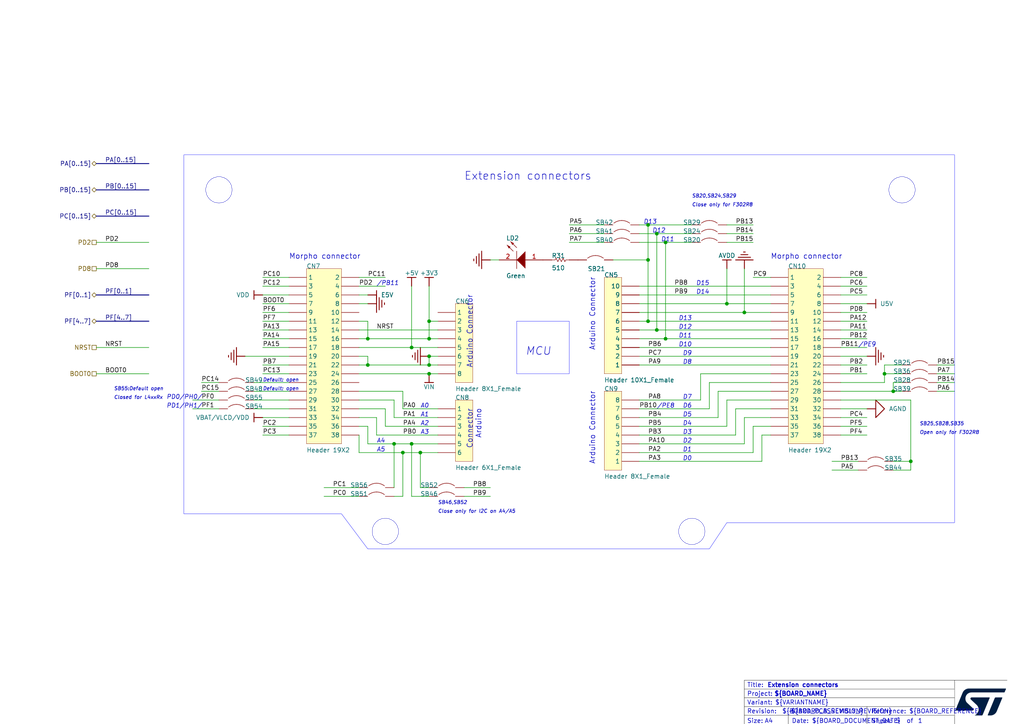
<source format=kicad_sch>
(kicad_sch (version 20250114) (generator "eeschema") (generator_version "9.0")
  (paper "A4")
  (title_block (title "Extension connectors") (rev "C.3"))
  (lib_symbols
    (symbol "Connectors-altium-import:+3V3_BAR" (power)
      (property "Value" "+3V3" (at 0 -3.81 0))
      (symbol "+3V3_BAR_0_0"
        (pin power_in line (at 0 0 0) (length 0) (hide yes) (name "+3V3") (number ""))
      )
    )
    (symbol "Connectors-altium-import:+5V_BAR" (power)
      (property "Value" "+5V" (at 0 -3.81 0))
      (symbol "+5V_BAR_0_0"
        (pin power_in line (at 0 0 0) (length 0) (hide yes) (name "+5V") (number ""))
      )
    )
    (symbol "Connectors-altium-import:AGND_SIGNAL_GROUND" (power)
      (property "Value" "AGND" (at 0 -6.35 0))
      (symbol "AGND_SIGNAL_GROUND_0_0"
        (pin power_in line (at 0 0 0) (length 0) (hide yes) (name "AGND") (number ""))
      )
    )
    (symbol "Connectors-altium-import:AVDD_BAR" (power)
      (property "Value" "AVDD" (at 0 -3.81 0))
      (symbol "AVDD_BAR_0_0"
        (pin power_in line (at 0 0 0) (length 0) (hide yes) (name "AVDD") (number ""))
      )
    )
    (symbol "Connectors-altium-import:E5V_BAR" (power)
      (property "Value" "E5V" (at 0 -3.81 0))
      (symbol "E5V_BAR_0_0"
        (pin power_in line (at 0 0 0) (length 0) (hide yes) (name "E5V") (number ""))
      )
    )
    (symbol "Connectors-altium-import:GND_POWER_GROUND" (power)
      (property "Value" "GND" (at 0 -6.35 0))
      (symbol "GND_POWER_GROUND_0_0"
        (pin power_in line (at 0 0 0) (length 0) (hide yes) (name "GND") (number ""))
      )
    )
    (symbol "Connectors-altium-import:U5V_BAR" (power)
      (property "Value" "U5V" (at 0 -3.81 0))
      (symbol "U5V_BAR_0_0"
        (pin power_in line (at 0 0 0) (length 0) (hide yes) (name "U5V") (number ""))
      )
    )
    (symbol "Connectors-altium-import:VBAT/VLCD/VDD_BAR" (power)
      (property "Value" "VBAT/VLCD/VDD" (at 0 -3.81 0))
      (symbol "VBAT/VLCD/VDD_BAR_0_0"
        (pin power_in line (at 0 0 0) (length 0) (hide yes) (name "VBAT/VLCD/VDD") (number ""))
      )
    )
    (symbol "Connectors-altium-import:VDD_BAR" (power)
      (property "Value" "VDD" (at 0 -3.81 0))
      (symbol "VDD_BAR_0_0"
        (pin power_in line (at 0 0 0) (length 0) (hide yes) (name "VDD") (number ""))
      )
    )
    (symbol "Connectors-altium-import:VIN_BAR" (power)
      (property "Value" "VIN" (at 0 -3.81 0))
      (symbol "VIN_BAR_0_0"
        (pin power_in line (at 0 0 0) (length 0) (hide yes) (name "VIN") (number ""))
      )
    )
    (symbol "Connectors-altium-import:root_0_Circuit Breaker_MCD_TOOLS.SCHLIB" (pin_numbers (hide yes)) (pin_names (hide yes))
      (symbol "root_0_Circuit Breaker_MCD_TOOLS.SCHLIB_1_0"
        (pin passive line (at -2.54 -2.54 0) (length 2.54) (name "1") (number "1"))
        (pin passive line (at 7.62 -2.54 180) (length 2.54) (name "2") (number "2"))
      )
    )
    (symbol "Connectors-altium-import:root_0_Header 19X2_Nucleo_64_1.SCHLIB" (pin_numbers (hide yes))
      (symbol "root_0_Header 19X2_Nucleo_64_1.SCHLIB_1_0"
        (pin passive line (at -5.08 -2.54 0) (length 5.08) (name "1") (number "1"))
        (pin passive line (at -5.08 -5.08 0) (length 5.08) (name "3") (number "3"))
        (pin passive line (at -5.08 -7.62 0) (length 5.08) (name "5") (number "5"))
        (pin passive line (at -5.08 -10.16 0) (length 5.08) (name "7") (number "7"))
        (pin passive line (at -5.08 -12.7 0) (length 5.08) (name "9") (number "9"))
        (pin passive line (at -5.08 -15.24 0) (length 5.08) (name "11") (number "11"))
        (pin passive line (at -5.08 -17.78 0) (length 5.08) (name "13") (number "13"))
        (pin passive line (at -5.08 -20.32 0) (length 5.08) (name "15") (number "15"))
        (pin passive line (at -5.08 -22.86 0) (length 5.08) (name "17") (number "17"))
        (pin passive line (at -5.08 -25.4 0) (length 5.08) (name "19") (number "19"))
        (pin passive line (at -5.08 -27.94 0) (length 5.08) (name "21") (number "21"))
        (pin passive line (at -5.08 -30.48 0) (length 5.08) (name "23") (number "23"))
        (pin passive line (at -5.08 -33.02 0) (length 5.08) (name "25") (number "25"))
        (pin passive line (at -5.08 -35.56 0) (length 5.08) (name "27") (number "27"))
        (pin passive line (at -5.08 -38.1 0) (length 5.08) (name "29") (number "29"))
        (pin passive line (at -5.08 -40.64 0) (length 5.08) (name "31") (number "31"))
        (pin passive line (at -5.08 -43.18 0) (length 5.08) (name "33") (number "33"))
        (pin passive line (at -5.08 -45.72 0) (length 5.08) (name "35") (number "35"))
        (pin passive line (at -5.08 -48.26 0) (length 5.08) (name "37") (number "37"))
        (pin passive line (at 15.24 -2.54 180) (length 5.08) (name "2") (number "2"))
        (pin passive line (at 15.24 -5.08 180) (length 5.08) (name "4") (number "4"))
        (pin passive line (at 15.24 -7.62 180) (length 5.08) (name "6") (number "6"))
        (pin passive line (at 15.24 -10.16 180) (length 5.08) (name "8") (number "8"))
        (pin passive line (at 15.24 -12.7 180) (length 5.08) (name "10") (number "10"))
        (pin passive line (at 15.24 -15.24 180) (length 5.08) (name "12") (number "12"))
        (pin passive line (at 15.24 -17.78 180) (length 5.08) (name "14") (number "14"))
        (pin passive line (at 15.24 -20.32 180) (length 5.08) (name "16") (number "16"))
        (pin passive line (at 15.24 -22.86 180) (length 5.08) (name "18") (number "18"))
        (pin passive line (at 15.24 -25.4 180) (length 5.08) (name "20") (number "20"))
        (pin passive line (at 15.24 -27.94 180) (length 5.08) (name "22") (number "22"))
        (pin passive line (at 15.24 -30.48 180) (length 5.08) (name "24") (number "24"))
        (pin passive line (at 15.24 -33.02 180) (length 5.08) (name "26") (number "26"))
        (pin passive line (at 15.24 -35.56 180) (length 5.08) (name "28") (number "28"))
        (pin passive line (at 15.24 -38.1 180) (length 5.08) (name "30") (number "30"))
        (pin passive line (at 15.24 -40.64 180) (length 5.08) (name "32") (number "32"))
        (pin passive line (at 15.24 -43.18 180) (length 5.08) (name "34") (number "34"))
        (pin passive line (at 15.24 -45.72 180) (length 5.08) (name "36") (number "36"))
        (pin passive line (at 15.24 -48.26 180) (length 5.08) (name "38") (number "38"))
      )
    )
    (symbol "Connectors-altium-import:root_0_Header 6X1_Female_Nucleo_64.SCHLIB" (pin_numbers (hide yes))
      (symbol "root_0_Header 6X1_Female_Nucleo_64.SCHLIB_1_0"
        (pin passive line (at -5.08 -2.54 0) (length 5.08) (name "1") (number "1"))
        (pin passive line (at -5.08 -5.08 0) (length 5.08) (name "2") (number "2"))
        (pin passive line (at -5.08 -7.62 0) (length 5.08) (name "3") (number "3"))
        (pin passive line (at -5.08 -10.16 0) (length 5.08) (name "4") (number "4"))
        (pin passive line (at -5.08 -12.7 0) (length 5.08) (name "5") (number "5"))
        (pin passive line (at -5.08 -15.24 0) (length 5.08) (name "6") (number "6"))
      )
    )
    (symbol "Connectors-altium-import:root_0_Header 8X1_Female_Nucleo_64.SCHLIB" (pin_numbers (hide yes))
      (symbol "root_0_Header 8X1_Female_Nucleo_64.SCHLIB_1_0"
        (pin passive line (at -5.08 -2.54 0) (length 5.08) (name "1") (number "1"))
        (pin passive line (at -5.08 -5.08 0) (length 5.08) (name "2") (number "2"))
        (pin passive line (at -5.08 -7.62 0) (length 5.08) (name "3") (number "3"))
        (pin passive line (at -5.08 -10.16 0) (length 5.08) (name "4") (number "4"))
        (pin passive line (at -5.08 -12.7 0) (length 5.08) (name "5") (number "5"))
        (pin passive line (at -5.08 -15.24 0) (length 5.08) (name "6") (number "6"))
        (pin passive line (at -5.08 -17.78 0) (length 5.08) (name "7") (number "7"))
        (pin passive line (at -5.08 -20.32 0) (length 5.08) (name "8") (number "8"))
      )
    )
    (symbol "Connectors-altium-import:root_0_mirrored_Circuit Breaker_MCD_TOOLS.SCHLIB" (pin_numbers (hide yes)) (pin_names (hide yes))
      (symbol "root_0_mirrored_Circuit Breaker_MCD_TOOLS.SCHLIB_1_0"
        (pin passive line (at -7.62 -2.54 0) (length 2.54) (name "2") (number "2"))
        (pin passive line (at 2.54 -2.54 180) (length 2.54) (name "1") (number "1"))
      )
    )
    (symbol "Connectors-altium-import:root_0_mirrored_LED2_Miscellaneous Devices.IntLib" (pin_names (hide yes))
      (symbol "root_0_mirrored_LED2_Miscellaneous Devices.IntLib_1_0"
        (pin passive line (at -7.62 -2.54 0) (length 5.08) (name "K") (number "2"))
        (pin passive line (at 5.08 -2.54 180) (length 5.08) (name "A") (number "1"))
      )
    )
    (symbol "Connectors-altium-import:root_2_Header 10X1_Female_Nucleo_64.SCHLIB" (pin_numbers (hide yes))
      (symbol "root_2_Header 10X1_Female_Nucleo_64.SCHLIB_1_0"
        (pin passive line (at 5.08 25.4 180) (length 5.08) (name "10") (number "10"))
        (pin passive line (at 5.08 22.86 180) (length 5.08) (name "9") (number "9"))
        (pin passive line (at 5.08 20.32 180) (length 5.08) (name "8") (number "8"))
        (pin passive line (at 5.08 17.78 180) (length 5.08) (name "7") (number "7"))
        (pin passive line (at 5.08 15.24 180) (length 5.08) (name "6") (number "6"))
        (pin passive line (at 5.08 12.7 180) (length 5.08) (name "5") (number "5"))
        (pin passive line (at 5.08 10.16 180) (length 5.08) (name "4") (number "4"))
        (pin passive line (at 5.08 7.62 180) (length 5.08) (name "3") (number "3"))
        (pin passive line (at 5.08 5.08 180) (length 5.08) (name "2") (number "2"))
        (pin passive line (at 5.08 2.54 180) (length 5.08) (name "1") (number "1"))
      )
    )
    (symbol "Connectors-altium-import:root_2_Header 8X1_Female_Nucleo_64.SCHLIB" (pin_numbers (hide yes))
      (symbol "root_2_Header 8X1_Female_Nucleo_64.SCHLIB_1_0"
        (pin passive line (at 5.08 20.32 180) (length 5.08) (name "8") (number "8"))
        (pin passive line (at 5.08 17.78 180) (length 5.08) (name "7") (number "7"))
        (pin passive line (at 5.08 15.24 180) (length 5.08) (name "6") (number "6"))
        (pin passive line (at 5.08 12.7 180) (length 5.08) (name "5") (number "5"))
        (pin passive line (at 5.08 10.16 180) (length 5.08) (name "4") (number "4"))
        (pin passive line (at 5.08 7.62 180) (length 5.08) (name "3") (number "3"))
        (pin passive line (at 5.08 5.08 180) (length 5.08) (name "2") (number "2"))
        (pin passive line (at 5.08 2.54 180) (length 5.08) (name "1") (number "1"))
      )
    )
    (symbol "Connectors-altium-import:root_2_Res1_Miscellaneous Devices.IntLib_0" (pin_numbers (hide yes)) (pin_names (hide yes))
      (symbol "root_2_Res1_Miscellaneous Devices.IntLib_0_1_0"
        (pin passive line (at -7.62 2.54 0) (length 2.54) (name "2") (number "2"))
        (pin passive line (at 2.54 2.54 180) (length 2.54) (name "1") (number "1"))
      )
    )
  )
  (polyline (pts (xy 53.34 47.4472) (xy 53.34 149.0472) (xy 99.06 149.0472) (xy 106.68 159.2072) (xy 205.74 159.2072) (xy 210.82 151.5872) (xy 276.86 151.5872) (xy 276.86 44.9072) (xy 53.34 44.9072) (xy 53.34 146.5072) (xy 53.34 47.4472)) (stroke (width 0.0254) (type solid) (color 0 0 255 1)))
  (circle (center 111.76 154.1272) (radius 3.81) (stroke (width 0.0001)) (fill (type color) (color 255 255 255 1)))
  (circle (center 200.66 154.1272) (radius 3.81) (stroke (width 0.0001)) (fill (type color) (color 255 255 255 1)))
  (circle (center 63.5 55.0672) (radius 3.81) (stroke (width 0.0001)) (fill (type color) (color 255 255 255 1)))
  (polyline (pts (xy 149.86 93.1672) (xy 149.86 108.4072) (xy 165.1 108.4072) (xy 165.1 93.1672) (xy 149.86 93.1672)) (stroke (width 0.0254) (type solid) (color 0 0 255 1)))
  (circle (center 261.62 55.0672) (radius 3.81) (stroke (width 0.0001)) (fill (type color) (color 255 255 255 1)))
  (text "Project:" (at 216.662 202.1332 0) (effects (font (size 1.27 1.27)) (justify left bottom)))
  (text "D12" (at 193.04 67.7672 0) (effects (font (size 1.27 1.27) (italic yes)) (justify right bottom)))
  (text "D4" (at 200.66 123.6472 0) (effects (font (size 1.27 1.27) (italic yes)) (justify right bottom)))
  (text "Default: open" (at 76.2 113.4872 0) (effects (font (size 1.016 1.016) (italic yes)) (justify left bottom)))
  (text "D7" (at 200.66 116.0272 0) (effects (font (size 1.27 1.27) (italic yes)) (justify right bottom)))
  (text "PD1/PH1/" (at 48.26 118.5672 0) (effects (font (size 1.27 1.27) (italic yes)) (justify left bottom)))
  (text "Date:" (at 229.616 210.0072 0) (effects (font (size 1.27 1.27)) (justify left bottom)))
  (text "${##}" (at 266.192 210.0072 0) (effects (font (size 1.27 1.27)) (justify left bottom)))
  (text "D2" (at 200.66 128.7272 0) (effects (font (size 1.27 1.27) (italic yes)) (justify right bottom)))
  (text "SB25,SB28,SB35" (at 266.7 123.6472 0) (effects (font (size 1.016 1.016) (italic yes)) (justify left bottom)))
  (text "-" (at 228.6 207.2132 0) (effects (font (size 1.27 1.27)) (justify left bottom)))
  (text "${TITLE}" (at 222.504 199.5932 0) (effects (font (size 1.27 1.27) (thickness 0.254) (bold yes)) (justify left bottom)))
  (text "Default: open" (at 76.2 110.9472 0) (effects (font (size 1.016 1.016) (italic yes)) (justify left bottom)))
  (text "A3" (at 121.92 126.1872 0) (effects (font (size 1.27 1.27) (italic yes)) (justify left bottom)))
  (text "${BOARD_ASSEMBLY_REVISION}" (at 229.362 207.2132 0) (effects (font (size 1.27 1.27)) (justify left bottom)))
  (text "D13" (at 200.66 93.1672 0) (effects (font (size 1.27 1.27) (italic yes)) (justify right bottom)))
  (text "D12" (at 200.66 95.7072 0) (effects (font (size 1.27 1.27) (italic yes)) (justify right bottom)))
  (text "Size:" (at 216.662 210.0072 0) (effects (font (size 1.27 1.27)) (justify left bottom)))
  (text "D3" (at 200.66 126.1872 0) (effects (font (size 1.27 1.27) (italic yes)) (justify right bottom)))
  (text "Arduino Connector" (at 172.72 113.4872 90) (effects (font (size 1.524 1.524)) (justify right bottom)))
  (text "D8" (at 200.66 105.8672 0) (effects (font (size 1.27 1.27) (italic yes)) (justify right bottom)))
  (text "A4" (at 109.22 128.7272 0) (effects (font (size 1.27 1.27) (italic yes)) (justify left bottom)))
  (text "D6" (at 200.66 118.5672 0) (effects (font (size 1.27 1.27) (italic yes)) (justify right bottom)))
  (text "Sheet:" (at 252.73 210.0072 0) (effects (font (size 1.27 1.27)) (justify left bottom)))
  (text "${BOARD_NAME}" (at 224.536 202.1332 0) (effects (font (size 1.27 1.27) (thickness 0.254) (bold yes)) (justify left bottom)))
  (text "D13" (at 190.5 65.2272 0) (effects (font (size 1.27 1.27) (italic yes)) (justify right bottom)))
  (text "D5" (at 200.66 121.1072 0) (effects (font (size 1.27 1.27) (italic yes)) (justify right bottom)))
  (text "${BOARD_PCB_REVISION}" (at 226.822 207.2132 0) (effects (font (size 1.27 1.27)) (justify left bottom)))
  (text "D10" (at 200.66 100.7872 0) (effects (font (size 1.27 1.27) (italic yes)) (justify right bottom)))
  (text "SB55:Default open" (at 33.02 113.4872 0) (effects (font (size 1.016 1.016) (italic yes)) (justify left bottom)))
  (text "A2" (at 121.92 123.6472 0) (effects (font (size 1.27 1.27) (italic yes)) (justify left bottom)))
  (text "of" (at 262.89 210.0072 0) (effects (font (size 1.27 1.27)) (justify left bottom)))
  (text "/PB11" (at 109.22 83.0072 0) (effects (font (size 1.27 1.27) (italic yes)) (justify left bottom)))
  (text "/PE9" (at 248.92 100.7872 0) (effects (font (size 1.27 1.27) (italic yes)) (justify left bottom)))
  (text "${BOARD_REFERENCE}" (at 263.652 207.2132 0) (effects (font (size 1.27 1.27)) (justify left bottom)))
  (text "D0" (at 200.66 133.8072 0) (effects (font (size 1.27 1.27) (italic yes)) (justify right bottom)))
  (text "Closed for L4xxRx" (at 33.02 116.0272 0) (effects (font (size 1.016 1.016) (italic yes)) (justify left bottom)))
  (text "D11" (at 195.58 70.3072 0) (effects (font (size 1.27 1.27) (italic yes)) (justify right bottom)))
  (text "A5" (at 109.22 131.2672 0) (effects (font (size 1.27 1.27) (italic yes)) (justify left bottom)))
  (text "PD0/PH0/" (at 48.26 116.0272 0) (effects (font (size 1.27 1.27) (italic yes)) (justify left bottom)))
  (text "D14" (at 205.74 85.5472 0) (effects (font (size 1.27 1.27) (italic yes)) (justify right bottom)))
  (text "Reference:" (at 252.73 207.2132 0) (effects (font (size 1.27 1.27)) (justify left bottom)))
  (text "${#}" (at 259.588 210.0072 0) (effects (font (size 1.27 1.27)) (justify left bottom)))
  (text "Open only for F302R8" (at 266.7 126.1872 0) (effects (font (size 1.016 1.016) (italic yes)) (justify left bottom)))
  (text "Title:" (at 216.662 199.5932 0) (effects (font (size 1.27 1.27)) (justify left bottom)))
  (text "Variant:" (at 216.662 204.6732 0) (effects (font (size 1.27 1.27)) (justify left bottom)))
  (text "SB46,SB52" (at 127 146.5072 0) (effects (font (size 1.016 1.016) (italic yes)) (justify left bottom)))
  (text "A1" (at 121.92 121.1072 0) (effects (font (size 1.27 1.27) (italic yes)) (justify left bottom)))
  (text "D15" (at 205.74 83.0072 0) (effects (font (size 1.27 1.27) (italic yes)) (justify right bottom)))
  (text "${BOARD_DOCUMENT_DATE}" (at 235.458 210.0072 0) (effects (font (size 1.27 1.27)) (justify left bottom)))
  (text "Connector" (at 137.16 118.5672 90) (effects (font (size 1.524 1.524)) (justify right bottom)))
  (text "A0" (at 121.92 118.5672 0) (effects (font (size 1.27 1.27) (italic yes)) (justify left bottom)))
  (text "Arduino" (at 139.7 118.5672 90) (effects (font (size 1.524 1.524)) (justify right bottom)))
  (text "D11" (at 200.66 98.2472 0) (effects (font (size 1.27 1.27) (italic yes)) (justify right bottom)))
  (text "A4" (at 221.742 210.0072 0) (effects (font (size 1.27 1.27)) (justify left bottom)))
  (text "Arduino Connector" (at 137.16 85.5472 90) (effects (font (size 1.524 1.524)) (justify right bottom)))
  (text "SB20,SB24,SB29" (at 200.66 57.6072 0) (effects (font (size 1.016 1.016) (italic yes)) (justify left bottom)))
  (text "Revision:" (at 216.662 207.2132 0) (effects (font (size 1.27 1.27)) (justify left bottom)))
  (text "Morpho connector" (at 83.82 75.3872 0) (effects (font (size 1.524 1.524)) (justify left bottom)))
  (text "D1" (at 200.66 131.2672 0) (effects (font (size 1.27 1.27) (italic yes)) (justify right bottom)))
  (text "${VARIANTNAME}" (at 224.79 204.6732 0) (effects (font (size 1.27 1.27)) (justify left bottom)))
  (text "MCU" (at 152.4 103.3272 0) (effects (font (size 2.286 2.286) (italic yes)) (justify left bottom)))
  (text "Extension connectors" (at 134.62 52.5272 0) (effects (font (size 2.286 2.286)) (justify left bottom)))
  (text "Close only for I2C on A4/A5" (at 127 149.0472 0) (effects (font (size 1.016 1.016) (italic yes)) (justify left bottom)))
  (text "Arduino Connector" (at 172.72 80.4672 90) (effects (font (size 1.524 1.524)) (justify right bottom)))
  (text "/PE8" (at 190.5 118.5672 0) (effects (font (size 1.27 1.27) (italic yes)) (justify left bottom)))
  (text "Close only for F302R8" (at 200.66 60.1472 0) (effects (font (size 1.016 1.016) (italic yes)) (justify left bottom)))
  (text "D9" (at 200.66 103.3272 0) (effects (font (size 1.27 1.27) (italic yes)) (justify right bottom)))
  (text "Morpho connector" (at 223.52 75.3872 0) (effects (font (size 1.524 1.524)) (justify left bottom)))
  (junction (at 215.9 90.6272))
  (junction (at 190.5 67.7672))
  (junction (at 187.96 93.1672))
  (junction (at 124.46 93.1672))
  (junction (at 114.3 128.7272))
  (junction (at 124.46 108.4072))
  (junction (at 187.96 75.3872))
  (junction (at 187.96 65.2272))
  (junction (at 190.5 95.7072))
  (junction (at 124.46 105.8672))
  (junction (at 121.92 131.2672))
  (junction (at 193.04 70.3072))
  (junction (at 124.46 98.2472))
  (junction (at 264.16 133.8072))
  (junction (at 193.04 98.2472))
  (junction (at 106.68 98.2472))
  (junction (at 119.38 100.7872))
  (junction (at 106.68 105.8672))
  (junction (at 124.46 103.3272))
  (junction (at 116.84 131.2672))
  (junction (at 259.08 113.4872))
  (junction (at 256.54 108.4072))
  (junction (at 119.38 128.7272))
  (junction (at 210.82 88.0872))
  (wire (pts (xy 220.98 133.8072) (xy 220.98 126.1872)))
  (wire (pts (xy 73.66 118.5672) (xy 83.82 118.5672)))
  (wire (pts (xy 58.42 113.4872) (xy 63.5 113.4872)))
  (wire (pts (xy 27.94 100.7872) (xy 43.18 100.7872)))
  (wire (pts (xy 210.82 70.3072) (xy 218.44 70.3072)))
  (wire (pts (xy 203.2 116.0272) (xy 203.2 108.4072)))
  (wire (pts (xy 55.88 116.0272) (xy 63.5 116.0272)))
  (wire (pts (xy 127 105.8672) (xy 124.46 105.8672)))
  (wire (pts (xy 106.68 105.8672) (xy 106.68 103.3272)))
  (bus (pts (xy 27.94 55.0672) (xy 43.18 55.0672)) (stroke (width 0.254)))
  (wire (pts (xy 127 93.1672) (xy 124.46 93.1672)))
  (wire (pts (xy 243.84 116.0272) (xy 264.16 116.0272)))
  (wire (pts (xy 205.74 118.5672) (xy 205.74 110.9472)))
  (wire (pts (xy 114.3 116.0272) (xy 104.14 116.0272)))
  (wire (pts (xy 114.3 141.4272) (xy 114.3 128.7272)))
  (wire (pts (xy 243.84 95.7072) (xy 251.46 95.7072)))
  (wire (pts (xy 243.84 110.9472) (xy 256.54 110.9472)))
  (wire (pts (xy 104.14 141.4272) (xy 93.98 141.4272)))
  (wire (pts (xy 190.5 95.7072) (xy 190.5 67.7672)))
  (polyline (pts (xy 215.9 207.4672) (xy 276.86 207.4672)) (stroke (width 0.0254) (type solid) (color 0 0 0 1)))
  (wire (pts (xy 185.42 70.3072) (xy 193.04 70.3072)))
  (wire (pts (xy 111.76 123.6472) (xy 111.76 118.5672)))
  (wire (pts (xy 127 118.5672) (xy 116.84 118.5672)))
  (wire (pts (xy 271.78 108.4072) (xy 276.86 108.4072)))
  (wire (pts (xy 223.52 80.4672) (xy 218.44 80.4672)))
  (wire (pts (xy 215.9 121.1072) (xy 223.52 121.1072)))
  (wire (pts (xy 185.42 131.2672) (xy 218.44 131.2672)))
  (wire (pts (xy 43.18 77.9272) (xy 27.94 77.9272)))
  (wire (pts (xy 243.84 85.5472) (xy 251.46 85.5472)))
  (wire (pts (xy 76.2 95.7072) (xy 83.82 95.7072)))
  (wire (pts (xy 205.74 110.9472) (xy 223.52 110.9472)))
  (wire (pts (xy 243.84 100.7872) (xy 251.46 100.7872)))
  (wire (pts (xy 220.98 126.1872) (xy 223.52 126.1872)))
  (wire (pts (xy 76.2 123.6472) (xy 83.82 123.6472)))
  (polyline (pts (xy 276.86 199.8472) (xy 215.9 199.8472)) (stroke (width 0.0254) (type solid) (color 0 0 0 1)))
  (wire (pts (xy 185.42 123.6472) (xy 210.82 123.6472)))
  (wire (pts (xy 83.82 116.0272) (xy 73.66 116.0272)))
  (wire (pts (xy 124.46 98.2472) (xy 106.68 98.2472)))
  (wire (pts (xy 76.2 93.1672) (xy 83.82 93.1672)))
  (wire (pts (xy 256.54 108.4072) (xy 256.54 105.8672)))
  (wire (pts (xy 185.42 121.1072) (xy 208.28 121.1072)))
  (wire (pts (xy 43.18 70.3072) (xy 27.94 70.3072)))
  (wire (pts (xy 106.68 98.2472) (xy 106.68 93.1672)))
  (wire (pts (xy 185.42 98.2472) (xy 193.04 98.2472)))
  (wire (pts (xy 116.84 143.9672) (xy 116.84 131.2672)))
  (wire (pts (xy 256.54 105.8672) (xy 261.62 105.8672)))
  (wire (pts (xy 185.42 95.7072) (xy 190.5 95.7072)))
  (wire (pts (xy 215.9 90.6272) (xy 215.9 77.9272)))
  (wire (pts (xy 185.42 116.0272) (xy 203.2 116.0272)))
  (wire (pts (xy 264.16 133.8072) (xy 264.16 136.3472)))
  (bus (pts (xy 27.94 85.5472) (xy 43.18 85.5472)) (stroke (width 0.254)))
  (wire (pts (xy 261.62 108.4072) (xy 256.54 108.4072)))
  (wire (pts (xy 259.08 113.4872) (xy 261.62 113.4872)))
  (wire (pts (xy 190.5 67.7672) (xy 200.66 67.7672)))
  (wire (pts (xy 104.14 80.4672) (xy 111.76 80.4672)))
  (wire (pts (xy 185.42 85.5472) (xy 223.52 85.5472)))
  (wire (pts (xy 243.84 98.2472) (xy 251.46 98.2472)))
  (wire (pts (xy 175.26 65.2272) (xy 165.1 65.2272)))
  (wire (pts (xy 127 100.7872) (xy 119.38 100.7872)))
  (wire (pts (xy 203.2 108.4072) (xy 223.52 108.4072)))
  (wire (pts (xy 271.78 113.4872) (xy 276.86 113.4872)))
  (wire (pts (xy 127 95.7072) (xy 104.14 95.7072)))
  (polyline (pts (xy 215.9 202.3872) (xy 276.86 202.3872)) (stroke (width 0.0254) (type solid) (color 0 0 0 1)))
  (wire (pts (xy 193.04 70.3072) (xy 200.66 70.3072)))
  (wire (pts (xy 243.84 121.1072) (xy 251.46 121.1072)))
  (wire (pts (xy 259.08 133.8072) (xy 264.16 133.8072)))
  (wire (pts (xy 55.88 118.5672) (xy 63.5 118.5672)))
  (wire (pts (xy 124.46 141.4272) (xy 121.92 141.4272)))
  (wire (pts (xy 83.82 100.7872) (xy 76.2 100.7872)))
  (wire (pts (xy 259.08 110.9472) (xy 261.62 110.9472)))
  (wire (pts (xy 83.82 108.4072) (xy 76.2 108.4072)))
  (wire (pts (xy 144.78 75.3872) (xy 142.24 75.3872)))
  (wire (pts (xy 127 121.1072) (xy 114.3 121.1072)))
  (wire (pts (xy 116.84 131.2672) (xy 104.14 131.2672)))
  (wire (pts (xy 243.84 90.6272) (xy 251.46 90.6272)))
  (wire (pts (xy 114.3 143.9672) (xy 116.84 143.9672)))
  (wire (pts (xy 114.3 121.1072) (xy 114.3 116.0272)))
  (wire (pts (xy 218.44 123.6472) (xy 223.52 123.6472)))
  (wire (pts (xy 208.28 121.1072) (xy 208.28 113.4872)))
  (wire (pts (xy 127 98.2472) (xy 124.46 98.2472)))
  (wire (pts (xy 76.2 85.5472) (xy 83.82 85.5472)))
  (wire (pts (xy 124.46 103.3272) (xy 124.46 105.8672)))
  (wire (pts (xy 106.68 103.3272) (xy 104.14 103.3272)))
  (wire (pts (xy 218.44 65.2272) (xy 210.82 65.2272)))
  (wire (pts (xy 124.46 108.4072) (xy 104.14 108.4072)))
  (wire (pts (xy 27.94 108.4072) (xy 43.18 108.4072)))
  (wire (pts (xy 185.42 126.1872) (xy 213.36 126.1872)))
  (wire (pts (xy 210.82 88.0872) (xy 223.52 88.0872)))
  (wire (pts (xy 121.92 131.2672) (xy 116.84 131.2672)))
  (wire (pts (xy 243.84 93.1672) (xy 251.46 93.1672)))
  (wire (pts (xy 175.26 67.7672) (xy 165.1 67.7672)))
  (wire (pts (xy 210.82 88.0872) (xy 210.82 77.9272)))
  (wire (pts (xy 104.14 85.5472) (xy 106.68 85.5472)))
  (wire (pts (xy 185.42 93.1672) (xy 187.96 93.1672)))
  (wire (pts (xy 114.3 128.7272) (xy 106.68 128.7272)))
  (wire (pts (xy 116.84 113.4872) (xy 104.14 113.4872)))
  (wire (pts (xy 124.46 143.9672) (xy 119.38 143.9672)))
  (wire (pts (xy 187.96 75.3872) (xy 187.96 65.2272)))
  (wire (pts (xy 243.84 105.8672) (xy 251.46 105.8672)))
  (wire (pts (xy 187.96 93.1672) (xy 223.52 93.1672)))
  (wire (pts (xy 106.68 123.6472) (xy 104.14 123.6472)))
  (wire (pts (xy 76.2 83.0072) (xy 83.82 83.0072)))
  (wire (pts (xy 73.66 110.9472) (xy 83.82 110.9472)))
  (wire (pts (xy 124.46 83.0072) (xy 124.46 93.1672)))
  (polyline (pts (xy 215.9 197.3072) (xy 215.9 210.0072)) (stroke (width 0.0254) (type solid) (color 0 0 0 1)))
  (wire (pts (xy 76.2 80.4672) (xy 83.82 80.4672)))
  (wire (pts (xy 185.42 67.7672) (xy 190.5 67.7672)))
  (polyline (pts (xy 251.46 204.9272) (xy 251.46 210.0072)) (stroke (width 0.0254) (type solid) (color 0 0 0 1)))
  (wire (pts (xy 256.54 110.9472) (xy 256.54 108.4072)))
  (wire (pts (xy 76.2 98.2472) (xy 83.82 98.2472)))
  (wire (pts (xy 243.84 126.1872) (xy 251.46 126.1872)))
  (wire (pts (xy 243.84 113.4872) (xy 259.08 113.4872)))
  (wire (pts (xy 187.96 65.2272) (xy 200.66 65.2272)))
  (wire (pts (xy 185.42 90.6272) (xy 215.9 90.6272)))
  (wire (pts (xy 106.68 93.1672) (xy 104.14 93.1672)))
  (wire (pts (xy 210.82 67.7672) (xy 218.44 67.7672)))
  (wire (pts (xy 109.22 121.1072) (xy 104.14 121.1072)))
  (wire (pts (xy 127 123.6472) (xy 111.76 123.6472)))
  (wire (pts (xy 264.16 136.3472) (xy 259.08 136.3472)))
  (wire (pts (xy 193.04 98.2472) (xy 223.52 98.2472)))
  (wire (pts (xy 127 103.3272) (xy 124.46 103.3272)))
  (wire (pts (xy 71.12 103.3272) (xy 83.82 103.3272)))
  (wire (pts (xy 76.2 88.0872) (xy 83.82 88.0872)))
  (wire (pts (xy 127 131.2672) (xy 121.92 131.2672)))
  (wire (pts (xy 175.26 70.3072) (xy 165.1 70.3072)))
  (wire (pts (xy 76.2 90.6272) (xy 83.82 90.6272)))
  (wire (pts (xy 243.84 88.0872) (xy 251.46 88.0872)))
  (wire (pts (xy 185.42 128.7272) (xy 215.9 128.7272)))
  (wire (pts (xy 185.42 88.0872) (xy 210.82 88.0872)))
  (wire (pts (xy 124.46 105.8672) (xy 106.68 105.8672)))
  (wire (pts (xy 213.36 118.5672) (xy 223.52 118.5672)))
  (wire (pts (xy 248.92 136.3472) (xy 241.3 136.3472)))
  (wire (pts (xy 187.96 93.1672) (xy 187.96 75.3872)))
  (wire (pts (xy 185.42 105.8672) (xy 223.52 105.8672)))
  (polyline (pts (xy 215.9 204.9272) (xy 276.86 204.9272)) (stroke (width 0.0254) (type solid) (color 0 0 0 1)))
  (wire (pts (xy 104.14 83.0072) (xy 111.76 83.0072)))
  (wire (pts (xy 76.2 126.1872) (xy 83.82 126.1872)))
  (wire (pts (xy 58.42 110.9472) (xy 63.5 110.9472)))
  (wire (pts (xy 106.68 98.2472) (xy 104.14 98.2472)))
  (polyline (pts (xy 276.86 197.3072) (xy 276.86 210.0072)) (stroke (width 0.0254) (type solid) (color 0 0 0 1)))
  (wire (pts (xy 243.84 83.0072) (xy 251.46 83.0072)))
  (wire (pts (xy 106.68 128.7272) (xy 106.68 123.6472)))
  (bus (pts (xy 27.94 93.1672) (xy 43.18 93.1672)) (stroke (width 0.254)))
  (wire (pts (xy 111.76 118.5672) (xy 104.14 118.5672)))
  (wire (pts (xy 73.66 113.4872) (xy 83.82 113.4872)))
  (wire (pts (xy 210.82 116.0272) (xy 223.52 116.0272)))
  (wire (pts (xy 185.42 65.2272) (xy 187.96 65.2272)))
  (wire (pts (xy 264.16 116.0272) (xy 264.16 133.8072)))
  (wire (pts (xy 121.92 141.4272) (xy 121.92 131.2672)))
  (wire (pts (xy 243.84 103.3272) (xy 251.46 103.3272)))
  (wire (pts (xy 119.38 100.7872) (xy 119.38 83.0072)))
  (wire (pts (xy 106.68 88.0872) (xy 104.14 88.0872)))
  (wire (pts (xy 106.68 105.8672) (xy 104.14 105.8672)))
  (wire (pts (xy 271.78 105.8672) (xy 276.86 105.8672)))
  (wire (pts (xy 124.46 93.1672) (xy 124.46 98.2472)))
  (polyline (pts (xy 292.1 197.3072) (xy 215.9 197.3072)) (stroke (width 0.0254) (type solid) (color 0 0 0 1)))
  (wire (pts (xy 185.42 83.0072) (xy 223.52 83.0072)))
  (wire (pts (xy 142.24 143.9672) (xy 134.62 143.9672)))
  (wire (pts (xy 218.44 131.2672) (xy 218.44 123.6472)))
  (wire (pts (xy 127 108.4072) (xy 124.46 108.4072)))
  (wire (pts (xy 187.96 75.3872) (xy 177.8 75.3872)))
  (wire (pts (xy 109.22 126.1872) (xy 109.22 121.1072)))
  (wire (pts (xy 185.42 100.7872) (xy 223.52 100.7872)))
  (wire (pts (xy 243.84 118.5672) (xy 251.46 118.5672)))
  (wire (pts (xy 185.42 133.8072) (xy 220.98 133.8072)))
  (bus (pts (xy 27.94 62.6872) (xy 43.18 62.6872)) (stroke (width 0.254)))
  (wire (pts (xy 243.84 123.6472) (xy 251.46 123.6472)))
  (wire (pts (xy 104.14 131.2672) (xy 104.14 126.1872)))
  (bus (pts (xy 27.94 47.4472) (xy 43.18 47.4472)) (stroke (width 0.254)))
  (wire (pts (xy 119.38 143.9672) (xy 119.38 128.7272)))
  (polyline (pts (xy 228.6 207.4672) (xy 228.6 210.0072)) (stroke (width 0.0254) (type solid) (color 0 0 0 1)))
  (wire (pts (xy 119.38 128.7272) (xy 114.3 128.7272)))
  (wire (pts (xy 215.9 128.7272) (xy 215.9 121.1072)))
  (wire (pts (xy 127 126.1872) (xy 109.22 126.1872)))
  (wire (pts (xy 142.24 141.4272) (xy 134.62 141.4272)))
  (wire (pts (xy 243.84 80.4672) (xy 251.46 80.4672)))
  (wire (pts (xy 104.14 143.9672) (xy 93.98 143.9672)))
  (wire (pts (xy 208.28 113.4872) (xy 223.52 113.4872)))
  (wire (pts (xy 210.82 123.6472) (xy 210.82 116.0272)))
  (wire (pts (xy 116.84 118.5672) (xy 116.84 113.4872)))
  (wire (pts (xy 83.82 121.1072) (xy 76.2 121.1072)))
  (wire (pts (xy 185.42 103.3272) (xy 223.52 103.3272)))
  (wire (pts (xy 119.38 100.7872) (xy 104.14 100.7872)))
  (wire (pts (xy 213.36 126.1872) (xy 213.36 118.5672)))
  (wire (pts (xy 190.5 95.7072) (xy 223.52 95.7072)))
  (wire (pts (xy 127 128.7272) (xy 119.38 128.7272)))
  (wire (pts (xy 259.08 113.4872) (xy 259.08 110.9472)))
  (wire (pts (xy 83.82 105.8672) (xy 76.2 105.8672)))
  (wire (pts (xy 271.78 110.9472) (xy 276.86 110.9472)))
  (wire (pts (xy 215.9 90.6272) (xy 223.52 90.6272)))
  (wire (pts (xy 193.04 98.2472) (xy 193.04 70.3072)))
  (wire (pts (xy 243.84 108.4072) (xy 251.46 108.4072)))
  (wire (pts (xy 185.42 118.5672) (xy 205.74 118.5672)))
  (wire (pts (xy 241.3 133.8072) (xy 248.92 133.8072)))
  (image (at 284.442 203.6397) (scale 0.173094))
  (label "PB13" (at 243.84 133.8072 0))
  (label "PA8" (at 187.96 116.0272 0))
  (label "PB1" (at 246.38 108.4072 0))
  (label "PB8" (at 137.16 141.4272 0))
  (label "PC15" (at 58.42 113.4872 0))
  (label "PB4" (at 187.96 121.1072 0))
  (label "PA5" (at 165.1 65.2272 0))
  (label "PA0" (at 116.84 118.5672 0))
  (label "PB8" (at 195.58 83.0072 0))
  (label "PC14" (at 58.42 110.9472 0))
  (label "PC6" (at 246.38 83.0072 0))
  (label "PF6" (at 76.2 90.6272 0))
  (label "PD2" (at 104.14 83.0072 0))
  (label "PD2" (at 30.48 70.3072 0))
  (label "PA2" (at 187.96 131.2672 0))
  (label "BOOT0" (at 76.2 88.0872 0))
  (label "PB10" (at 185.42 118.5672 0))
  (label "PC1" (at 96.52 141.4272 0))
  (label "PB5" (at 187.96 123.6472 0))
  (label "PB13" (at 213.36 65.2272 0))
  (label "PB[0..15]" (at 30.48 55.0672 0))
  (label "PA[0..15]" (at 30.48 47.4472 0))
  (label "PD8" (at 246.38 90.6272 0))
  (label "PC2" (at 76.2 123.6472 0))
  (label "PB12" (at 246.38 98.2472 0))
  (label "BOOT0" (at 30.48 108.4072 0))
  (label "PB15" (at 271.78 105.8672 0))
  (label "PA9" (at 187.96 105.8672 0))
  (label "PA7" (at 271.78 108.4072 0))
  (label "PA4" (at 116.84 123.6472 0))
  (label "PA7" (at 165.1 70.3072 0))
  (label "PB15" (at 213.36 70.3072 0))
  (label "PC5" (at 246.38 85.5472 0))
  (label "PB3" (at 187.96 126.1872 0))
  (label "PB0" (at 116.84 126.1872 0))
  (label "PB2" (at 246.38 105.8672 0))
  (label "PC3" (at 76.2 126.1872 0))
  (label "PA13" (at 76.2 95.7072 0))
  (label "PF0" (at 58.42 116.0272 0))
  (label "PA6" (at 165.1 67.7672 0))
  (label "NRST" (at 30.48 100.7872 0))
  (label "PA5" (at 243.84 136.3472 0))
  (label "PB9" (at 137.16 143.9672 0))
  (label "PC13" (at 76.2 108.4072 0))
  (label "PC12" (at 76.2 83.0072 0))
  (label "PB7" (at 76.2 105.8672 0))
  (label "PC8" (at 246.38 80.4672 0))
  (label "PA3" (at 187.96 133.8072 0))
  (label "PB14" (at 271.78 110.9472 0))
  (label "PB14" (at 213.36 67.7672 0))
  (label "PA6" (at 271.78 113.4872 0))
  (label "PF7" (at 76.2 93.1672 0))
  (label "PF[0..1]" (at 30.48 85.5472 0))
  (label "PC11" (at 106.68 80.4672 0))
  (label "PD8" (at 30.48 77.9272 0))
  (label "PC10" (at 76.2 80.4672 0))
  (label "PA15" (at 76.2 100.7872 0))
  (label "PA1" (at 116.84 121.1072 0))
  (label "PC[0..15]" (at 30.48 62.6872 0))
  (label "PC0" (at 96.52 143.9672 0))
  (label "PF[4..7]" (at 30.48 93.1672 0))
  (label "PA12" (at 246.38 93.1672 0))
  (label "PA14" (at 76.2 98.2472 0))
  (label "PF1" (at 58.42 118.5672 0))
  (label "PA11" (at 246.38 95.7072 0))
  (label "PB11" (at 243.84 100.7872 0))
  (label "PF4" (at 246.38 126.1872 0))
  (label "PC4" (at 246.38 121.1072 0))
  (label "PA10" (at 187.96 128.7272 0))
  (label "NRST" (at 109.22 95.7072 0))
  (label "PC9" (at 218.44 80.4672 0))
  (label "PB6" (at 187.96 100.7872 0))
  (label "PC7" (at 187.96 103.3272 0))
  (label "PB9" (at 195.58 85.5472 0))
  (label "PF5" (at 246.38 123.6472 0))
  (hierarchical_label "PA[0..15]" (shape bidirectional) (at 27.94 47.4472 180))
  (hierarchical_label "PD2" (shape passive) (at 27.94 70.3072 180))
  (hierarchical_label "PF[4..7]" (shape bidirectional) (at 27.94 93.1672 180))
  (hierarchical_label "PF[0..1]" (shape bidirectional) (at 27.94 85.5472 180))
  (hierarchical_label "NRST" (shape passive) (at 27.94 100.7872 180))
  (hierarchical_label "PC[0..15]" (shape bidirectional) (at 27.94 62.6872 180))
  (hierarchical_label "PD8" (shape passive) (at 27.94 77.9272 180))
  (hierarchical_label "PB[0..15]" (shape bidirectional) (at 27.94 55.0672 180))
  (hierarchical_label "BOOT0" (shape passive) (at 27.94 108.4072 180))
  (symbol (lib_id "Connectors-altium-import:root_0_mirrored_Circuit Breaker_MCD_TOOLS.SCHLIB") (at 256.54 133.8072 0) (unit 1)
    (property "Reference" "SB44" (at 256.54 136.3472 0) (effects (justify left bottom)))
    (property "Value" "Circuit Breaker" (effects (hide yes)))
    (property "Footprint" "JP2_SMD" (effects (hide yes)))
    (property "Description" "Circuit Breaker" (effects (hide yes)))
    (property "PUBLISHED" "24-Mar-1999" (effects (hide yes)))
    (property "REVISION" "July-2002: Re-released for DXP Platform." (effects (hide yes)))
    (property "PUBLISHER" "Altium Limited" (effects (hide yes)))
    (property "SOLDER" "NO" (effects (hide yes)))
  )
  (symbol (lib_id "Connectors-altium-import:GND_POWER_GROUND") (at 106.68 88.0872 90) (unit 1)
    (property "Reference" "#PWR?" (effects (hide yes)))
    (property "Value" "GND" (effects (hide yes)))
  )
  (symbol (lib_id "Connectors-altium-import:root_2_Header 8X1_Female_Nucleo_64.SCHLIB") (at 180.34 136.3472 0) (unit 1)
    (property "Reference" "CN9" (at 175.26 113.4872 0) (effects (justify left bottom)))
    (property "Value" "Header 8X1_Female" (at 175.26 138.8872 0) (effects (justify left bottom)))
    (property "Footprint" "1*8P_FEMALE" (effects (hide yes)))
    (property "Description" "Header, 8-Pin, Single row,female" (effects (hide yes)))
    (property "LATESTREVISIONDATE" "17-Jul-2002" (effects (hide yes)))
    (property "LATESTREVISIONNOTE" "Re-released for DXP Platform." (effects (hide yes)))
    (property "PUBLISHER" "Altium Limited" (effects (hide yes)))
  )
  (symbol (lib_id "Connectors-altium-import:root_0_Circuit Breaker_MCD_TOOLS.SCHLIB") (at 106.68 138.8872 0) (unit 1)
    (property "Reference" "SB56" (at 101.6 141.4272 0) (effects (justify left bottom)))
    (property "Value" "Circuit Breaker" (effects (hide yes)))
    (property "Footprint" "JP2_SMD" (effects (hide yes)))
    (property "Description" "Circuit Breaker" (effects (hide yes)))
    (property "PUBLISHED" "24-Mar-1999" (effects (hide yes)))
    (property "REVISION" "July-2002: Re-released for DXP Platform." (effects (hide yes)))
    (property "PUBLISHER" "Altium Limited" (effects (hide yes)))
    (property "SOLDER" "NO" (effects (hide yes)))
  )
  (symbol (lib_id "Connectors-altium-import:root_0_Circuit Breaker_MCD_TOOLS.SCHLIB") (at 170.18 72.8472 0) (unit 1)
    (property "Reference" "SB21" (at 170.434 78.6892 0) (effects (justify left bottom)))
    (property "Value" "Circuit Breaker" (effects (hide yes)))
    (property "Footprint" "JP2_SMD" (effects (hide yes)))
    (property "Description" "Circuit Breaker" (effects (hide yes)))
    (property "PUBLISHED" "24-Mar-1999" (effects (hide yes)))
    (property "REVISION" "July-2002: Re-released for DXP Platform." (effects (hide yes)))
    (property "PUBLISHER" "Altium Limited" (effects (hide yes)))
    (property "SOLDER" "NO" (effects (hide yes)))
  )
  (symbol (lib_id "Connectors-altium-import:VIN_BAR") (at 124.46 108.4072 0) (unit 1)
    (property "Reference" "#PWR?" (effects (hide yes)))
    (property "Value" "VIN" (at 124.46 112.2172 0))
  )
  (symbol (lib_id "Connectors-altium-import:root_0_Circuit Breaker_MCD_TOOLS.SCHLIB") (at 127 141.4272 0) (unit 1)
    (property "Reference" "SB46" (at 121.92 143.9672 0) (effects (justify left bottom)))
    (property "Value" "Circuit Breaker" (effects (hide yes)))
    (property "Footprint" "JP2_SMD" (effects (hide yes)))
    (property "Description" "Circuit Breaker" (effects (hide yes)))
    (property "PUBLISHED" "24-Mar-1999" (effects (hide yes)))
    (property "REVISION" "July-2002: Re-released for DXP Platform." (effects (hide yes)))
    (property "PUBLISHER" "Altium Limited" (effects (hide yes)))
    (property "SOLDER" "NO" (effects (hide yes)))
  )
  (symbol (lib_id "Connectors-altium-import:root_0_mirrored_Circuit Breaker_MCD_TOOLS.SCHLIB") (at 269.24 110.9472 0) (unit 1)
    (property "Reference" "SB39" (at 259.08 113.4872 0) (effects (justify left bottom)))
    (property "Value" "Circuit Breaker" (effects (hide yes)))
    (property "Footprint" "JP2_SMD" (effects (hide yes)))
    (property "Description" "Circuit Breaker" (effects (hide yes)))
    (property "PUBLISHED" "24-Mar-1999" (effects (hide yes)))
    (property "REVISION" "July-2002: Re-released for DXP Platform." (effects (hide yes)))
    (property "PUBLISHER" "Altium Limited" (effects (hide yes)))
    (property "SOLDER" "NO" (effects (hide yes)))
  )
  (symbol (lib_id "Connectors-altium-import:+3V3_BAR") (at 124.46 83.0072 180) (unit 1)
    (property "Reference" "#PWR?" (effects (hide yes)))
    (property "Value" "+3V3" (at 124.46 79.1972 0))
  )
  (symbol (lib_id "Connectors-altium-import:root_0_Circuit Breaker_MCD_TOOLS.SCHLIB") (at 106.68 141.4272 0) (unit 1)
    (property "Reference" "SB51" (at 101.6 143.9672 0) (effects (justify left bottom)))
    (property "Value" "Circuit Breaker" (effects (hide yes)))
    (property "Footprint" "JP2_SMD" (effects (hide yes)))
    (property "Description" "Circuit Breaker" (effects (hide yes)))
    (property "PUBLISHED" "24-Mar-1999" (effects (hide yes)))
    (property "REVISION" "July-2002: Re-released for DXP Platform." (effects (hide yes)))
    (property "PUBLISHER" "Altium Limited" (effects (hide yes)))
    (property "SOLDER" "NO" (effects (hide yes)))
  )
  (symbol (lib_id "Connectors-altium-import:E5V_BAR") (at 106.68 85.5472 90) (unit 1)
    (property "Reference" "#PWR?" (effects (hide yes)))
    (property "Value" "E5V" (at 110.49 85.5472 90) (effects (justify right)))
  )
  (symbol (lib_id "Connectors-altium-import:GND_POWER_GROUND") (at 215.9 77.9272 180) (unit 1)
    (property "Reference" "#PWR?" (effects (hide yes)))
    (property "Value" "GND" (effects (hide yes)))
  )
  (symbol (lib_id "Connectors-altium-import:root_0_mirrored_Circuit Breaker_MCD_TOOLS.SCHLIB") (at 71.12 110.9472 0) (unit 1)
    (property "Reference" "SB48" (at 71.12 113.4872 0) (effects (justify left bottom)))
    (property "Value" "Circuit Breaker" (effects (hide yes)))
    (property "Footprint" "JP2_SMD" (effects (hide yes)))
    (property "Description" "Circuit Breaker" (effects (hide yes)))
    (property "PUBLISHED" "24-Mar-1999" (effects (hide yes)))
    (property "REVISION" "July-2002: Re-released for DXP Platform." (effects (hide yes)))
    (property "PUBLISHER" "Altium Limited" (effects (hide yes)))
    (property "SOLDER" "NO" (effects (hide yes)))
  )
  (symbol (lib_id "Connectors-altium-import:root_0_mirrored_Circuit Breaker_MCD_TOOLS.SCHLIB") (at 269.24 108.4072 0) (unit 1)
    (property "Reference" "SB28" (at 259.08 110.9472 0) (effects (justify left bottom)))
    (property "Value" "Circuit Breaker" (effects (hide yes)))
    (property "Footprint" "JP2_SMD" (effects (hide yes)))
    (property "Description" "Circuit Breaker" (effects (hide yes)))
    (property "PUBLISHED" "24-Mar-1999" (effects (hide yes)))
    (property "REVISION" "July-2002: Re-released for DXP Platform." (effects (hide yes)))
    (property "PUBLISHER" "Altium Limited" (effects (hide yes)))
    (property "SOLDER" "NO" (effects (hide yes)))
  )
  (symbol (lib_id "Connectors-altium-import:AGND_SIGNAL_GROUND") (at 251.46 118.5672 90) (unit 1)
    (property "Reference" "#PWR?" (effects (hide yes)))
    (property "Value" "AGND" (at 257.81 118.5672 90) (effects (justify right)))
  )
  (symbol (lib_id "Connectors-altium-import:AVDD_BAR") (at 210.82 77.9272 180) (unit 1)
    (property "Reference" "#PWR?" (effects (hide yes)))
    (property "Value" "AVDD" (at 210.82 74.1172 0))
  )
  (symbol (lib_id "Connectors-altium-import:root_0_Circuit Breaker_MCD_TOOLS.SCHLIB") (at 177.8 62.6872 0) (unit 1)
    (property "Reference" "SB42" (at 172.72 65.2272 0) (effects (justify left bottom)))
    (property "Value" "Circuit Breaker" (effects (hide yes)))
    (property "Footprint" "JP2_SMD" (effects (hide yes)))
    (property "Description" "Circuit Breaker" (effects (hide yes)))
    (property "PUBLISHED" "24-Mar-1999" (effects (hide yes)))
    (property "REVISION" "July-2002: Re-released for DXP Platform." (effects (hide yes)))
    (property "PUBLISHER" "Altium Limited" (effects (hide yes)))
    (property "SOLDER" "NO" (effects (hide yes)))
  )
  (symbol (lib_id "Connectors-altium-import:root_0_mirrored_Circuit Breaker_MCD_TOOLS.SCHLIB") (at 71.12 108.4072 0) (unit 1)
    (property "Reference" "SB49" (at 71.12 110.9472 0) (effects (justify left bottom)))
    (property "Value" "Circuit Breaker" (effects (hide yes)))
    (property "Footprint" "JP2_SMD" (effects (hide yes)))
    (property "Description" "Circuit Breaker" (effects (hide yes)))
    (property "PUBLISHED" "24-Mar-1999" (effects (hide yes)))
    (property "REVISION" "July-2002: Re-released for DXP Platform." (effects (hide yes)))
    (property "PUBLISHER" "Altium Limited" (effects (hide yes)))
    (property "SOLDER" "NO" (effects (hide yes)))
  )
  (symbol (lib_id "Connectors-altium-import:root_0_Circuit Breaker_MCD_TOOLS.SCHLIB") (at 203.2 65.2272 0) (unit 1)
    (property "Reference" "SB24" (at 198.12 67.7672 0) (effects (justify left bottom)))
    (property "Value" "Circuit Breaker" (effects (hide yes)))
    (property "Footprint" "JP2_SMD" (effects (hide yes)))
    (property "Description" "Circuit Breaker" (effects (hide yes)))
    (property "PUBLISHED" "24-Mar-1999" (effects (hide yes)))
    (property "REVISION" "July-2002: Re-released for DXP Platform." (effects (hide yes)))
    (property "PUBLISHER" "Altium Limited" (effects (hide yes)))
    (property "SOLDER" "NO" (effects (hide yes)))
  )
  (symbol (lib_id "Connectors-altium-import:+5V_BAR") (at 119.38 83.0072 180) (unit 1)
    (property "Reference" "#PWR?" (effects (hide yes)))
    (property "Value" "+5V" (at 119.38 79.1972 0))
  )
  (symbol (lib_id "Connectors-altium-import:root_0_Header 8X1_Female_Nucleo_64.SCHLIB") (at 132.08 88.0872 0) (unit 1)
    (property "Reference" "CN6" (at 132.08 88.0872 0) (effects (justify left bottom)))
    (property "Value" "Header 8X1_Female" (at 132.08 113.4872 0) (effects (justify left bottom)))
    (property "Footprint" "1*8P_FEMALE" (effects (hide yes)))
    (property "Description" "Header, 8-Pin, Single row,female" (effects (hide yes)))
    (property "LATESTREVISIONDATE" "17-Jul-2002" (effects (hide yes)))
    (property "LATESTREVISIONNOTE" "Re-released for DXP Platform." (effects (hide yes)))
    (property "PUBLISHER" "Altium Limited" (effects (hide yes)))
  )
  (symbol (lib_id "Connectors-altium-import:root_0_Circuit Breaker_MCD_TOOLS.SCHLIB") (at 203.2 67.7672 0) (unit 1)
    (property "Reference" "SB20" (at 198.12 70.3072 0) (effects (justify left bottom)))
    (property "Value" "Circuit Breaker" (effects (hide yes)))
    (property "Footprint" "JP2_SMD" (effects (hide yes)))
    (property "Description" "Circuit Breaker" (effects (hide yes)))
    (property "PUBLISHED" "24-Mar-1999" (effects (hide yes)))
    (property "REVISION" "July-2002: Re-released for DXP Platform." (effects (hide yes)))
    (property "PUBLISHER" "Altium Limited" (effects (hide yes)))
    (property "SOLDER" "NO" (effects (hide yes)))
  )
  (symbol (lib_id "Connectors-altium-import:GND_POWER_GROUND") (at 71.12 103.3272 270) (unit 1)
    (property "Reference" "#PWR?" (effects (hide yes)))
    (property "Value" "GND" (effects (hide yes)))
  )
  (symbol (lib_id "Connectors-altium-import:U5V_BAR") (at 251.46 88.0872 90) (unit 1)
    (property "Reference" "#PWR?" (effects (hide yes)))
    (property "Value" "U5V" (at 255.27 88.0872 90) (effects (justify right)))
  )
  (symbol (lib_id "Connectors-altium-import:GND_POWER_GROUND") (at 124.46 103.3272 270) (unit 1)
    (property "Reference" "#PWR?" (effects (hide yes)))
    (property "Value" "GND" (effects (hide yes)))
  )
  (symbol (lib_id "Connectors-altium-import:root_0_Header 19X2_Nucleo_64_1.SCHLIB") (at 228.6 77.9272 0) (unit 1)
    (property "Reference" "CN10" (at 228.6 77.9272 0) (effects (justify left bottom)))
    (property "Value" "Header 19X2" (at 228.6 131.2672 0) (effects (justify left bottom)))
    (property "Footprint" "2*19P" (effects (hide yes)))
    (property "Description" "Header, 19-Pin, Dual row" (effects (hide yes)))
    (property "REVISION" "17-Jul-2002: Re-released for DXP Platform." (effects (hide yes)))
    (property "PUBLISHER" "Altium Limited" (effects (hide yes)))
  )
  (symbol (lib_id "Connectors-altium-import:VDD_BAR") (at 76.2 85.5472 270) (unit 1)
    (property "Reference" "#PWR?" (effects (hide yes)))
    (property "Value" "VDD" (at 72.39 85.5472 90) (effects (justify right)))
  )
  (symbol (lib_id "Connectors-altium-import:root_0_Header 19X2_Nucleo_64_1.SCHLIB") (at 88.9 77.9272 0) (unit 1)
    (property "Reference" "CN7" (at 88.9 77.9272 0) (effects (justify left bottom)))
    (property "Value" "Header 19X2" (at 88.9 131.2672 0) (effects (justify left bottom)))
    (property "Footprint" "2*19P" (effects (hide yes)))
    (property "Description" "Header, 19-Pin, Dual row" (effects (hide yes)))
    (property "REVISION" "17-Jul-2002: Re-released for DXP Platform." (effects (hide yes)))
    (property "PUBLISHER" "Altium Limited" (effects (hide yes)))
  )
  (symbol (lib_id "Connectors-altium-import:GND_POWER_GROUND") (at 251.46 103.3272 90) (unit 1)
    (property "Reference" "#PWR?" (effects (hide yes)))
    (property "Value" "GND" (effects (hide yes)))
  )
  (symbol (lib_id "Connectors-altium-import:root_0_mirrored_Circuit Breaker_MCD_TOOLS.SCHLIB") (at 71.12 113.4872 0) (unit 1)
    (property "Reference" "SB55" (at 71.12 116.0272 0) (effects (justify left bottom)))
    (property "Value" "Circuit Breaker" (effects (hide yes)))
    (property "Footprint" "JP2_SMD" (effects (hide yes)))
    (property "Description" "Circuit Breaker" (effects (hide yes)))
    (property "PUBLISHED" "24-Mar-1999" (effects (hide yes)))
    (property "REVISION" "July-2002: Re-released for DXP Platform." (effects (hide yes)))
    (property "PUBLISHER" "Altium Limited" (effects (hide yes)))
    (property "SOLDER" "NO" (effects (hide yes)))
  )
  (symbol (lib_id "Connectors-altium-import:root_0_Header 6X1_Female_Nucleo_64.SCHLIB") (at 132.08 116.0272 0) (unit 1)
    (property "Reference" "CN8" (at 132.08 116.0272 0) (effects (justify left bottom)))
    (property "Value" "Header 6X1_Female" (at 132.08 136.3472 0) (effects (justify left bottom)))
    (property "Footprint" "1*6P_FEMALE" (effects (hide yes)))
    (property "Description" "Header, 6-Pin, Single row,female" (effects (hide yes)))
    (property "LATESTREVISIONDATE" "17-Jul-2002" (effects (hide yes)))
    (property "LATESTREVISIONNOTE" "Re-released for DXP Platform." (effects (hide yes)))
    (property "PUBLISHER" "Altium Limited" (effects (hide yes)))
  )
  (symbol (lib_id "Connectors-altium-import:root_0_Circuit Breaker_MCD_TOOLS.SCHLIB") (at 177.8 67.7672 0) (unit 1)
    (property "Reference" "SB40" (at 172.72 70.3072 0) (effects (justify left bottom)))
    (property "Value" "Circuit Breaker" (effects (hide yes)))
    (property "Footprint" "JP2_SMD" (effects (hide yes)))
    (property "Description" "Circuit Breaker" (effects (hide yes)))
    (property "PUBLISHED" "24-Mar-1999" (effects (hide yes)))
    (property "REVISION" "July-2002: Re-released for DXP Platform." (effects (hide yes)))
    (property "PUBLISHER" "Altium Limited" (effects (hide yes)))
    (property "SOLDER" "NO" (effects (hide yes)))
  )
  (symbol (lib_id "Connectors-altium-import:root_0_mirrored_Circuit Breaker_MCD_TOOLS.SCHLIB") (at 269.24 103.3272 0) (unit 1)
    (property "Reference" "SB25" (at 259.08 105.8672 0) (effects (justify left bottom)))
    (property "Value" "Circuit Breaker" (effects (hide yes)))
    (property "Footprint" "JP2_SMD" (effects (hide yes)))
    (property "Description" "Circuit Breaker" (effects (hide yes)))
    (property "PUBLISHED" "24-Mar-1999" (effects (hide yes)))
    (property "REVISION" "July-2002: Re-released for DXP Platform." (effects (hide yes)))
    (property "PUBLISHER" "Altium Limited" (effects (hide yes)))
    (property "SOLDER" "NO" (effects (hide yes)))
  )
  (symbol (lib_id "Connectors-altium-import:root_2_Header 10X1_Female_Nucleo_64.SCHLIB") (at 180.34 108.4072 0) (unit 1)
    (property "Reference" "CN5" (at 175.26 80.4672 0) (effects (justify left bottom)))
    (property "Value" "Header 10X1_Female" (at 175.26 110.9472 0) (effects (justify left bottom)))
    (property "Footprint" "1*10P_FEMALE" (effects (hide yes)))
    (property "Description" "Header, 10-Pin, Single row,female" (effects (hide yes)))
    (property "LATESTREVISIONDATE" "17-Jul-2002" (effects (hide yes)))
    (property "LATESTREVISIONNOTE" "Re-released for DXP Platform." (effects (hide yes)))
    (property "PUBLISHER" "Altium Limited" (effects (hide yes)))
  )
  (symbol (lib_id "Connectors-altium-import:root_0_mirrored_Circuit Breaker_MCD_TOOLS.SCHLIB") (at 256.54 131.2672 0) (unit 1)
    (property "Reference" "SB35" (at 256.54 133.8072 0) (effects (justify left bottom)))
    (property "Value" "Circuit Breaker" (effects (hide yes)))
    (property "Footprint" "JP2_SMD" (effects (hide yes)))
    (property "Description" "Circuit Breaker" (effects (hide yes)))
    (property "PUBLISHED" "24-Mar-1999" (effects (hide yes)))
    (property "REVISION" "July-2002: Re-released for DXP Platform." (effects (hide yes)))
    (property "PUBLISHER" "Altium Limited" (effects (hide yes)))
    (property "SOLDER" "NO" (effects (hide yes)))
  )
  (symbol (lib_id "Connectors-altium-import:VBAT/VLCD/VDD_BAR") (at 76.2 121.1072 270) (unit 1)
    (property "Reference" "#PWR?" (effects (hide yes)))
    (property "Value" "VBAT/VLCD/VDD" (at 72.39 121.1072 90) (effects (justify right)))
  )
  (symbol (lib_id "Connectors-altium-import:root_2_Res1_Miscellaneous Devices.IntLib_0") (at 165.1 77.9272 0) (unit 1)
    (property "Reference" "R31" (at 160.02 74.8792 0) (effects (justify left bottom)))
    (property "Value" "510" (at 160.02 78.4352 0) (effects (justify left bottom)))
    (property "Footprint" "0603R" (effects (hide yes)))
    (property "Description" "Resistor" (effects (hide yes)))
    (property "PUBLISHED" "8-Jun-2000" (effects (hide yes)))
    (property "REVISION" "July-2002: Re-released for DXP Platform." (effects (hide yes)))
    (property "PUBLISHER" "Altium Limited" (effects (hide yes)))
    (property "ALTIUM_VALUE" "1K" (effects (hide yes)))
  )
  (symbol (lib_id "Connectors-altium-import:root_0_Circuit Breaker_MCD_TOOLS.SCHLIB") (at 127 138.8872 0) (unit 1)
    (property "Reference" "SB52" (at 121.92 141.4272 0) (effects (justify left bottom)))
    (property "Value" "Circuit Breaker" (effects (hide yes)))
    (property "Footprint" "JP2_SMD" (effects (hide yes)))
    (property "Description" "Circuit Breaker" (effects (hide yes)))
    (property "PUBLISHED" "24-Mar-1999" (effects (hide yes)))
    (property "REVISION" "July-2002: Re-released for DXP Platform." (effects (hide yes)))
    (property "PUBLISHER" "Altium Limited" (effects (hide yes)))
    (property "SOLDER" "NO" (effects (hide yes)))
  )
  (symbol (lib_id "Connectors-altium-import:root_0_mirrored_LED2_Miscellaneous Devices.IntLib") (at 152.4 72.8472 0) (unit 1)
    (property "Reference" "LD2" (at 146.812 69.7992 0) (effects (justify left bottom)))
    (property "Value" "Green" (at 146.812 80.7212 0) (effects (justify left bottom)))
    (property "Footprint" "0603D" (effects (hide yes)))
    (property "Description" "Typical RED, GREEN, YELLOW, AMBER GaAs LED" (effects (hide yes)))
    (property "PUBLISHED" "8-Jun-2000" (effects (hide yes)))
    (property "REVISION" "July-2002: Re-released for DXP Platform." (effects (hide yes)))
    (property "PUBLISHER" "Altium Limited" (effects (hide yes)))
  )
  (symbol (lib_id "Connectors-altium-import:root_0_Circuit Breaker_MCD_TOOLS.SCHLIB") (at 203.2 62.6872 0) (unit 1)
    (property "Reference" "SB29" (at 198.12 65.2272 0) (effects (justify left bottom)))
    (property "Value" "Circuit Breaker" (effects (hide yes)))
    (property "Footprint" "JP2_SMD" (effects (hide yes)))
    (property "Description" "Circuit Breaker" (effects (hide yes)))
    (property "PUBLISHED" "24-Mar-1999" (effects (hide yes)))
    (property "REVISION" "July-2002: Re-released for DXP Platform." (effects (hide yes)))
    (property "PUBLISHER" "Altium Limited" (effects (hide yes)))
    (property "SOLDER" "NO" (effects (hide yes)))
  )
  (symbol (lib_id "Connectors-altium-import:root_0_Circuit Breaker_MCD_TOOLS.SCHLIB") (at 177.8 65.2272 0) (unit 1)
    (property "Reference" "SB41" (at 172.72 67.7672 0) (effects (justify left bottom)))
    (property "Value" "Circuit Breaker" (effects (hide yes)))
    (property "Footprint" "JP2_SMD" (effects (hide yes)))
    (property "Description" "Circuit Breaker" (effects (hide yes)))
    (property "PUBLISHED" "24-Mar-1999" (effects (hide yes)))
    (property "REVISION" "July-2002: Re-released for DXP Platform." (effects (hide yes)))
    (property "PUBLISHER" "Altium Limited" (effects (hide yes)))
    (property "SOLDER" "NO" (effects (hide yes)))
  )
  (symbol (lib_id "Connectors-altium-import:GND_POWER_GROUND") (at 142.24 75.3872 270) (unit 1)
    (property "Reference" "#PWR?" (effects (hide yes)))
    (property "Value" "GND" (effects (hide yes)))
  )
  (symbol (lib_id "Connectors-altium-import:root_0_mirrored_Circuit Breaker_MCD_TOOLS.SCHLIB") (at 269.24 105.8672 0) (unit 1)
    (property "Reference" "SB36" (at 259.08 108.4072 0) (effects (justify left bottom)))
    (property "Value" "Circuit Breaker" (effects (hide yes)))
    (property "Footprint" "JP2_SMD" (effects (hide yes)))
    (property "Description" "Circuit Breaker" (effects (hide yes)))
    (property "PUBLISHED" "24-Mar-1999" (effects (hide yes)))
    (property "REVISION" "July-2002: Re-released for DXP Platform." (effects (hide yes)))
    (property "PUBLISHER" "Altium Limited" (effects (hide yes)))
    (property "SOLDER" "NO" (effects (hide yes)))
  )
  (symbol (lib_id "Connectors-altium-import:root_0_mirrored_Circuit Breaker_MCD_TOOLS.SCHLIB") (at 71.12 116.0272 0) (unit 1)
    (property "Reference" "SB54" (at 71.12 118.5672 0) (effects (justify left bottom)))
    (property "Value" "Circuit Breaker" (effects (hide yes)))
    (property "Footprint" "JP2_SMD" (effects (hide yes)))
    (property "Description" "Circuit Breaker" (effects (hide yes)))
    (property "PUBLISHED" "24-Mar-1999" (effects (hide yes)))
    (property "REVISION" "July-2002: Re-released for DXP Platform." (effects (hide yes)))
    (property "PUBLISHER" "Altium Limited" (effects (hide yes)))
    (property "SOLDER" "NO" (effects (hide yes)))
  )
)
</source>
